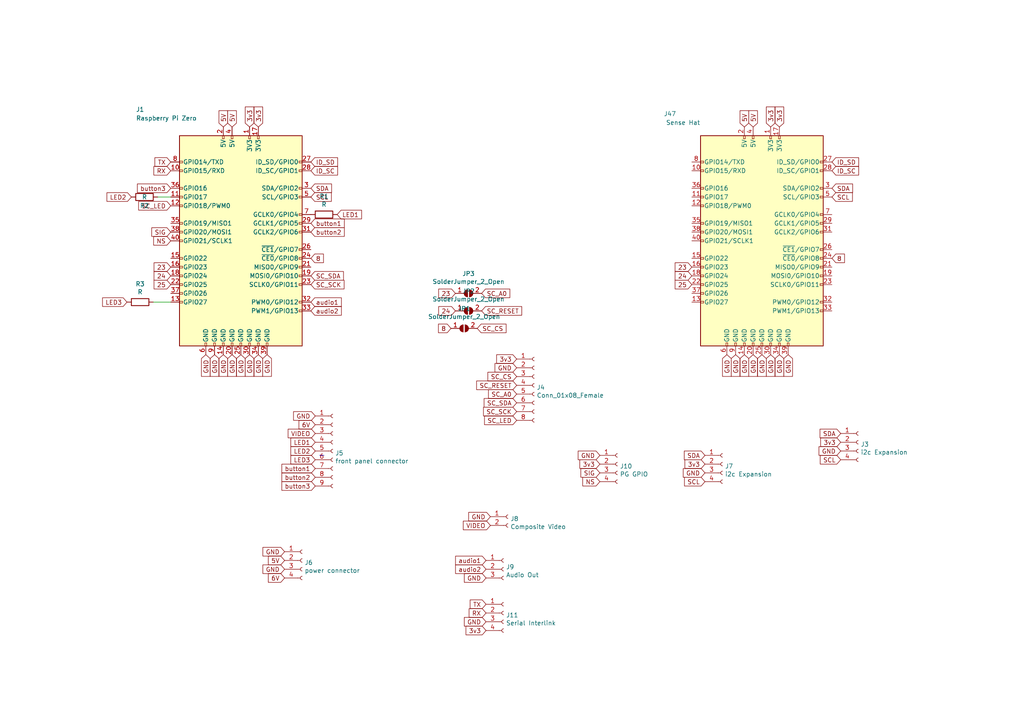
<source format=kicad_sch>
(kicad_sch (version 20230121) (generator eeschema)
  (paper "A4")
  (lib_symbols
    (symbol "Connector:Raspberry_Pi_2_3" (pin_names (offset 1.016))
      (property "Reference" "J" (at -17.78 31.75 0))
      (property "Value" "Raspberry_Pi_2_3" (at 10.16 -31.75 0))
      (symbol "Raspberry_Pi_2_3_0_1"
        (rectangle (start -17.78 30.48) (end 17.78 -30.48) (stroke (width 0.254)) (fill (type background)))
      )
      (symbol "Raspberry_Pi_2_3_1_1"
        (rectangle (start -16.891 -17.526) (end -17.78 -18.034))
        (rectangle (start -16.891 -14.986) (end -17.78 -15.494))
        (rectangle (start -16.891 -12.446) (end -17.78 -12.954))
        (rectangle (start -16.891 -9.906) (end -17.78 -10.414))
        (rectangle (start -16.891 -7.366) (end -17.78 -7.874))
        (rectangle (start -16.891 -4.826) (end -17.78 -5.334))
        (rectangle (start -16.891 0.254) (end -17.78 -0.254))
        (rectangle (start -16.891 2.794) (end -17.78 2.286))
        (rectangle (start -16.891 5.334) (end -17.78 4.826))
        (rectangle (start -16.891 10.414) (end -17.78 9.906))
        (rectangle (start -16.891 12.954) (end -17.78 12.446))
        (rectangle (start -16.891 15.494) (end -17.78 14.986))
        (rectangle (start -16.891 20.574) (end -17.78 20.066))
        (rectangle (start -16.891 23.114) (end -17.78 22.606))
        (rectangle (start -10.414 -29.591) (end -9.906 -30.48))
        (rectangle (start -7.874 -29.591) (end -7.366 -30.48))
        (rectangle (start -5.334 -29.591) (end -4.826 -30.48))
        (rectangle (start -5.334 30.48) (end -4.826 29.591))
        (rectangle (start -2.794 -29.591) (end -2.286 -30.48))
        (rectangle (start -2.794 30.48) (end -2.286 29.591))
        (rectangle (start -0.254 -29.591) (end 0.254 -30.48))
        (rectangle (start 2.286 -29.591) (end 2.794 -30.48))
        (rectangle (start 2.286 30.48) (end 2.794 29.591))
        (rectangle (start 4.826 -29.591) (end 5.334 -30.48))
        (rectangle (start 4.826 30.48) (end 5.334 29.591))
        (rectangle (start 7.366 -29.591) (end 7.874 -30.48))
        (rectangle (start 17.78 -20.066) (end 16.891 -20.574))
        (rectangle (start 17.78 -17.526) (end 16.891 -18.034))
        (rectangle (start 17.78 -12.446) (end 16.891 -12.954))
        (rectangle (start 17.78 -9.906) (end 16.891 -10.414))
        (rectangle (start 17.78 -7.366) (end 16.891 -7.874))
        (rectangle (start 17.78 -4.826) (end 16.891 -5.334))
        (rectangle (start 17.78 -2.286) (end 16.891 -2.794))
        (rectangle (start 17.78 2.794) (end 16.891 2.286))
        (rectangle (start 17.78 5.334) (end 16.891 4.826))
        (rectangle (start 17.78 7.874) (end 16.891 7.366))
        (rectangle (start 17.78 12.954) (end 16.891 12.446))
        (rectangle (start 17.78 15.494) (end 16.891 14.986))
        (rectangle (start 17.78 20.574) (end 16.891 20.066))
        (rectangle (start 17.78 23.114) (end 16.891 22.606))
        (pin power_in line (at 2.54 33.02 270) (length 2.54) (name "3V3") (number "1"))
        (pin bidirectional line (at -20.32 20.32 0) (length 2.54) (name "GPIO15/RXD") (number "10"))
        (pin bidirectional line (at -20.32 12.7 0) (length 2.54) (name "GPIO17") (number "11"))
        (pin bidirectional line (at -20.32 10.16 0) (length 2.54) (name "GPIO18/PWM0") (number "12"))
        (pin bidirectional line (at -20.32 -17.78 0) (length 2.54) (name "GPIO27") (number "13"))
        (pin power_in line (at -5.08 -33.02 90) (length 2.54) (name "GND") (number "14"))
        (pin bidirectional line (at -20.32 -5.08 0) (length 2.54) (name "GPIO22") (number "15"))
        (pin bidirectional line (at -20.32 -7.62 0) (length 2.54) (name "GPIO23") (number "16"))
        (pin power_in line (at 5.08 33.02 270) (length 2.54) (name "3V3") (number "17"))
        (pin bidirectional line (at -20.32 -10.16 0) (length 2.54) (name "GPIO24") (number "18"))
        (pin bidirectional line (at 20.32 -10.16 180) (length 2.54) (name "MOSI0/GPIO10") (number "19"))
        (pin power_in line (at -5.08 33.02 270) (length 2.54) (name "5V") (number "2"))
        (pin power_in line (at -2.54 -33.02 90) (length 2.54) (name "GND") (number "20"))
        (pin bidirectional line (at 20.32 -7.62 180) (length 2.54) (name "MISO0/GPIO9") (number "21"))
        (pin bidirectional line (at -20.32 -12.7 0) (length 2.54) (name "GPIO25") (number "22"))
        (pin bidirectional line (at 20.32 -12.7 180) (length 2.54) (name "SCLK0/GPIO11") (number "23"))
        (pin bidirectional line (at 20.32 -5.08 180) (length 2.54) (name "~{CE0}/GPIO8") (number "24"))
        (pin power_in line (at 0 -33.02 90) (length 2.54) (name "GND") (number "25"))
        (pin bidirectional line (at 20.32 -2.54 180) (length 2.54) (name "~{CE1}/GPIO7") (number "26"))
        (pin bidirectional line (at 20.32 22.86 180) (length 2.54) (name "ID_SD/GPIO0") (number "27"))
        (pin bidirectional line (at 20.32 20.32 180) (length 2.54) (name "ID_SC/GPIO1") (number "28"))
        (pin bidirectional line (at 20.32 5.08 180) (length 2.54) (name "GCLK1/GPIO5") (number "29"))
        (pin bidirectional line (at 20.32 15.24 180) (length 2.54) (name "SDA/GPIO2") (number "3"))
        (pin power_in line (at 2.54 -33.02 90) (length 2.54) (name "GND") (number "30"))
        (pin bidirectional line (at 20.32 2.54 180) (length 2.54) (name "GCLK2/GPIO6") (number "31"))
        (pin bidirectional line (at 20.32 -17.78 180) (length 2.54) (name "PWM0/GPIO12") (number "32"))
        (pin bidirectional line (at 20.32 -20.32 180) (length 2.54) (name "PWM1/GPIO13") (number "33"))
        (pin power_in line (at 5.08 -33.02 90) (length 2.54) (name "GND") (number "34"))
        (pin bidirectional line (at -20.32 5.08 0) (length 2.54) (name "GPIO19/MISO1") (number "35"))
        (pin bidirectional line (at -20.32 15.24 0) (length 2.54) (name "GPIO16") (number "36"))
        (pin bidirectional line (at -20.32 -15.24 0) (length 2.54) (name "GPIO26") (number "37"))
        (pin bidirectional line (at -20.32 2.54 0) (length 2.54) (name "GPIO20/MOSI1") (number "38"))
        (pin power_in line (at 7.62 -33.02 90) (length 2.54) (name "GND") (number "39"))
        (pin power_in line (at -2.54 33.02 270) (length 2.54) (name "5V") (number "4"))
        (pin bidirectional line (at -20.32 0 0) (length 2.54) (name "GPIO21/SCLK1") (number "40"))
        (pin bidirectional line (at 20.32 12.7 180) (length 2.54) (name "SCL/GPIO3") (number "5"))
        (pin power_in line (at -10.16 -33.02 90) (length 2.54) (name "GND") (number "6"))
        (pin bidirectional line (at 20.32 7.62 180) (length 2.54) (name "GCLK0/GPIO4") (number "7"))
        (pin bidirectional line (at -20.32 22.86 0) (length 2.54) (name "GPIO14/TXD") (number "8"))
        (pin power_in line (at -7.62 -33.02 90) (length 2.54) (name "GND") (number "9"))
      )
    )
    (symbol "Device:R" (pin_numbers hide) (pin_names (offset 0))
      (property "Reference" "R" (at 2.032 0 90))
      (property "Value" "R" (at 0 0 90))
      (symbol "R_0_1"
        (rectangle (start -1.016 -2.54) (end 1.016 2.54) (stroke (width 0.254)))
      )
      (symbol "R_1_1"
        (pin passive line (at 0 3.81 270) (length 1.27) (name "~") (number "1"))
        (pin passive line (at 0 -3.81 90) (length 1.27) (name "~") (number "2"))
      )
    )
    (symbol "Jumper:SolderJumper_2_Open" (pin_names (offset 0) hide)
      (property "Reference" "JP" (at 0 2.032 0))
      (property "Value" "SolderJumper_2_Open" (at 0 -2.54 0))
      (symbol "SolderJumper_2_Open_0_1"
        (arc (start -0.254 1.016) (mid -1.2656 0) (end -0.254 -1.016))
        (arc (start -0.254 1.016) (mid -1.2656 0) (end -0.254 -1.016) (fill (type outline)))
        (polyline (pts (xy -0.254 1.016) (xy -0.254 -1.016)))
        (polyline (pts (xy 0.254 1.016) (xy 0.254 -1.016)))
        (arc (start 0.254 -1.016) (mid 1.2656 0) (end 0.254 1.016))
        (arc (start 0.254 -1.016) (mid 1.2656 0) (end 0.254 1.016) (fill (type outline)))
      )
      (symbol "SolderJumper_2_Open_1_1"
        (pin passive line (at -3.81 0 0) (length 2.54) (name "A") (number "1"))
        (pin passive line (at 3.81 0 180) (length 2.54) (name "B") (number "2"))
      )
    )
    (symbol "TR108 Mainboard-rescue:Conn_01x02_Female-Connector" (pin_names (offset 1.016) hide)
      (property "Reference" "J" (at 0 2.54 0))
      (property "Value" "Connector_Conn_01x02_Female" (at 0 -5.08 0))
      (symbol "Conn_01x02_Female-Connector_1_1"
        (arc (start 0 -2.032) (mid -0.5058 -2.54) (end 0 -3.048) (stroke (width 0.1524)))
        (polyline (pts (xy -1.27 -2.54) (xy -0.508 -2.54)) (stroke (width 0.1524)))
        (polyline (pts (xy -1.27 0) (xy -0.508 0)) (stroke (width 0.1524)))
        (arc (start 0 0.508) (mid -0.5058 0) (end 0 -0.508) (stroke (width 0.1524)))
        (pin passive line (at -5.08 0 0) (length 3.81) (name "Pin_1") (number "1"))
        (pin passive line (at -5.08 -2.54 0) (length 3.81) (name "Pin_2") (number "2"))
      )
    )
    (symbol "TR108 Mainboard-rescue:Conn_01x03_Female-Connector" (pin_names (offset 1.016) hide)
      (property "Reference" "J" (at 0 5.08 0))
      (property "Value" "Connector_Conn_01x03_Female" (at 0 -5.08 0))
      (symbol "Conn_01x03_Female-Connector_1_1"
        (arc (start 0 -2.032) (mid -0.5058 -2.54) (end 0 -3.048) (stroke (width 0.1524)))
        (polyline (pts (xy -1.27 -2.54) (xy -0.508 -2.54)) (stroke (width 0.1524)))
        (polyline (pts (xy -1.27 0) (xy -0.508 0)) (stroke (width 0.1524)))
        (polyline (pts (xy -1.27 2.54) (xy -0.508 2.54)) (stroke (width 0.1524)))
        (arc (start 0 0.508) (mid -0.5058 0) (end 0 -0.508) (stroke (width 0.1524)))
        (arc (start 0 3.048) (mid -0.5058 2.54) (end 0 2.032) (stroke (width 0.1524)))
        (pin passive line (at -5.08 2.54 0) (length 3.81) (name "Pin_1") (number "1"))
        (pin passive line (at -5.08 0 0) (length 3.81) (name "Pin_2") (number "2"))
        (pin passive line (at -5.08 -2.54 0) (length 3.81) (name "Pin_3") (number "3"))
      )
    )
    (symbol "TR108 Mainboard-rescue:Conn_01x04_Female-Connector" (pin_names (offset 1.016) hide)
      (property "Reference" "J" (at 0 5.08 0))
      (property "Value" "Connector_Conn_01x04_Female" (at 0 -7.62 0))
      (symbol "Conn_01x04_Female-Connector_1_1"
        (arc (start 0 -4.572) (mid -0.5058 -5.08) (end 0 -5.588) (stroke (width 0.1524)))
        (arc (start 0 -2.032) (mid -0.5058 -2.54) (end 0 -3.048) (stroke (width 0.1524)))
        (polyline (pts (xy -1.27 -5.08) (xy -0.508 -5.08)) (stroke (width 0.1524)))
        (polyline (pts (xy -1.27 -2.54) (xy -0.508 -2.54)) (stroke (width 0.1524)))
        (polyline (pts (xy -1.27 0) (xy -0.508 0)) (stroke (width 0.1524)))
        (polyline (pts (xy -1.27 2.54) (xy -0.508 2.54)) (stroke (width 0.1524)))
        (arc (start 0 0.508) (mid -0.5058 0) (end 0 -0.508) (stroke (width 0.1524)))
        (arc (start 0 3.048) (mid -0.5058 2.54) (end 0 2.032) (stroke (width 0.1524)))
        (pin passive line (at -5.08 2.54 0) (length 3.81) (name "Pin_1") (number "1"))
        (pin passive line (at -5.08 0 0) (length 3.81) (name "Pin_2") (number "2"))
        (pin passive line (at -5.08 -2.54 0) (length 3.81) (name "Pin_3") (number "3"))
        (pin passive line (at -5.08 -5.08 0) (length 3.81) (name "Pin_4") (number "4"))
      )
    )
    (symbol "TR108 Mainboard-rescue:Conn_01x08_Female-Connector" (pin_names (offset 1.016) hide)
      (property "Reference" "J" (at 0 10.16 0))
      (property "Value" "Connector_Conn_01x08_Female" (at 0 -12.7 0))
      (symbol "Conn_01x08_Female-Connector_1_1"
        (arc (start 0 -9.652) (mid -0.5058 -10.16) (end 0 -10.668) (stroke (width 0.1524)))
        (arc (start 0 -7.112) (mid -0.5058 -7.62) (end 0 -8.128) (stroke (width 0.1524)))
        (arc (start 0 -4.572) (mid -0.5058 -5.08) (end 0 -5.588) (stroke (width 0.1524)))
        (arc (start 0 -2.032) (mid -0.5058 -2.54) (end 0 -3.048) (stroke (width 0.1524)))
        (polyline (pts (xy -1.27 -10.16) (xy -0.508 -10.16)) (stroke (width 0.1524)))
        (polyline (pts (xy -1.27 -7.62) (xy -0.508 -7.62)) (stroke (width 0.1524)))
        (polyline (pts (xy -1.27 -5.08) (xy -0.508 -5.08)) (stroke (width 0.1524)))
        (polyline (pts (xy -1.27 -2.54) (xy -0.508 -2.54)) (stroke (width 0.1524)))
        (polyline (pts (xy -1.27 0) (xy -0.508 0)) (stroke (width 0.1524)))
        (polyline (pts (xy -1.27 2.54) (xy -0.508 2.54)) (stroke (width 0.1524)))
        (polyline (pts (xy -1.27 5.08) (xy -0.508 5.08)) (stroke (width 0.1524)))
        (polyline (pts (xy -1.27 7.62) (xy -0.508 7.62)) (stroke (width 0.1524)))
        (arc (start 0 0.508) (mid -0.5058 0) (end 0 -0.508) (stroke (width 0.1524)))
        (arc (start 0 3.048) (mid -0.5058 2.54) (end 0 2.032) (stroke (width 0.1524)))
        (arc (start 0 5.588) (mid -0.5058 5.08) (end 0 4.572) (stroke (width 0.1524)))
        (arc (start 0 8.128) (mid -0.5058 7.62) (end 0 7.112) (stroke (width 0.1524)))
        (pin passive line (at -5.08 7.62 0) (length 3.81) (name "Pin_1") (number "1"))
        (pin passive line (at -5.08 5.08 0) (length 3.81) (name "Pin_2") (number "2"))
        (pin passive line (at -5.08 2.54 0) (length 3.81) (name "Pin_3") (number "3"))
        (pin passive line (at -5.08 0 0) (length 3.81) (name "Pin_4") (number "4"))
        (pin passive line (at -5.08 -2.54 0) (length 3.81) (name "Pin_5") (number "5"))
        (pin passive line (at -5.08 -5.08 0) (length 3.81) (name "Pin_6") (number "6"))
        (pin passive line (at -5.08 -7.62 0) (length 3.81) (name "Pin_7") (number "7"))
        (pin passive line (at -5.08 -10.16 0) (length 3.81) (name "Pin_8") (number "8"))
      )
    )
    (symbol "TR108 Mainboard-rescue:Conn_01x09_Female-Connector" (pin_names (offset 1.016) hide)
      (property "Reference" "J" (at 0 12.7 0))
      (property "Value" "Connector_Conn_01x09_Female" (at 0 -12.7 0))
      (symbol "Conn_01x09_Female-Connector_1_1"
        (arc (start 0 -9.652) (mid -0.5058 -10.16) (end 0 -10.668) (stroke (width 0.1524)))
        (arc (start 0 -7.112) (mid -0.5058 -7.62) (end 0 -8.128) (stroke (width 0.1524)))
        (arc (start 0 -4.572) (mid -0.5058 -5.08) (end 0 -5.588) (stroke (width 0.1524)))
        (arc (start 0 -2.032) (mid -0.5058 -2.54) (end 0 -3.048) (stroke (width 0.1524)))
        (polyline (pts (xy -1.27 -10.16) (xy -0.508 -10.16)) (stroke (width 0.1524)))
        (polyline (pts (xy -1.27 -7.62) (xy -0.508 -7.62)) (stroke (width 0.1524)))
        (polyline (pts (xy -1.27 -5.08) (xy -0.508 -5.08)) (stroke (width 0.1524)))
        (polyline (pts (xy -1.27 -2.54) (xy -0.508 -2.54)) (stroke (width 0.1524)))
        (polyline (pts (xy -1.27 0) (xy -0.508 0)) (stroke (width 0.1524)))
        (polyline (pts (xy -1.27 2.54) (xy -0.508 2.54)) (stroke (width 0.1524)))
        (polyline (pts (xy -1.27 5.08) (xy -0.508 5.08)) (stroke (width 0.1524)))
        (polyline (pts (xy -1.27 7.62) (xy -0.508 7.62)) (stroke (width 0.1524)))
        (polyline (pts (xy -1.27 10.16) (xy -0.508 10.16)) (stroke (width 0.1524)))
        (arc (start 0 0.508) (mid -0.5058 0) (end 0 -0.508) (stroke (width 0.1524)))
        (arc (start 0 3.048) (mid -0.5058 2.54) (end 0 2.032) (stroke (width 0.1524)))
        (arc (start 0 5.588) (mid -0.5058 5.08) (end 0 4.572) (stroke (width 0.1524)))
        (arc (start 0 8.128) (mid -0.5058 7.62) (end 0 7.112) (stroke (width 0.1524)))
        (arc (start 0 10.668) (mid -0.5058 10.16) (end 0 9.652) (stroke (width 0.1524)))
        (pin passive line (at -5.08 10.16 0) (length 3.81) (name "Pin_1") (number "1"))
        (pin passive line (at -5.08 7.62 0) (length 3.81) (name "Pin_2") (number "2"))
        (pin passive line (at -5.08 5.08 0) (length 3.81) (name "Pin_3") (number "3"))
        (pin passive line (at -5.08 2.54 0) (length 3.81) (name "Pin_4") (number "4"))
        (pin passive line (at -5.08 0 0) (length 3.81) (name "Pin_5") (number "5"))
        (pin passive line (at -5.08 -2.54 0) (length 3.81) (name "Pin_6") (number "6"))
        (pin passive line (at -5.08 -5.08 0) (length 3.81) (name "Pin_7") (number "7"))
        (pin passive line (at -5.08 -7.62 0) (length 3.81) (name "Pin_8") (number "8"))
        (pin passive line (at -5.08 -10.16 0) (length 3.81) (name "Pin_9") (number "9"))
      )
    )
  )
  (polyline (pts (xy 92.71 132.08) (xy 93.98 132.08)))
  (wire (pts (xy 45.72 57.15) (xy 49.53 57.15)))
  (wire (pts (xy 44.45 87.63) (xy 49.53 87.63)))
  (global_label "SDA" (shape input) (at 241.3 54.61 0) (property "Intersheetrefs" "${INTERSHEET_REFS}" (effects hide)))
  (global_label "8" (shape input) (at 90.17 74.93 0) (property "Intersheetrefs" "${INTERSHEET_REFS}" (effects hide)))
  (global_label "RX" (shape input) (at 49.53 49.53 180) (property "Intersheetrefs" "${INTERSHEET_REFS}" (effects hide)))
  (global_label "ID_SD" (shape input) (at 90.17 46.99 0) (property "Intersheetrefs" "${INTERSHEET_REFS}" (effects hide)))
  (global_label "GND" (shape input) (at 91.44 120.65 180) (property "Intersheetrefs" "${INTERSHEET_REFS}" (effects hide)))
  (global_label "GND" (shape input) (at 140.97 180.34 180) (property "Intersheetrefs" "${INTERSHEET_REFS}" (effects hide)))
  (global_label "LED3" (shape input) (at 36.83 87.63 180) (property "Intersheetrefs" "${INTERSHEET_REFS}" (effects hide)))
  (global_label "GND" (shape input) (at 82.55 165.1 180) (property "Intersheetrefs" "${INTERSHEET_REFS}" (effects hide)))
  (global_label "GND" (shape input) (at 59.69 102.87 270) (property "Intersheetrefs" "${INTERSHEET_REFS}" (effects hide)))
  (global_label "SC_SCK" (shape input) (at 90.17 82.55 0) (property "Intersheetrefs" "${INTERSHEET_REFS}" (effects hide)))
  (global_label "LED3" (shape input) (at 91.44 133.35 180) (property "Intersheetrefs" "${INTERSHEET_REFS}" (effects hide)))
  (global_label "8" (shape input) (at 130.81 95.25 180) (property "Intersheetrefs" "${INTERSHEET_REFS}" (effects hide)))
  (global_label "23" (shape input) (at 49.53 77.47 180) (property "Intersheetrefs" "${INTERSHEET_REFS}" (effects hide)))
  (global_label "ID_SC" (shape input) (at 90.17 49.53 0) (property "Intersheetrefs" "${INTERSHEET_REFS}" (effects hide)))
  (global_label "LED2" (shape input) (at 91.44 130.81 180) (property "Intersheetrefs" "${INTERSHEET_REFS}" (effects hide)))
  (global_label "25" (shape input) (at 49.53 82.55 180) (property "Intersheetrefs" "${INTERSHEET_REFS}" (effects hide)))
  (global_label "6V" (shape input) (at 82.55 167.64 180) (property "Intersheetrefs" "${INTERSHEET_REFS}" (effects hide)))
  (global_label "SIG" (shape input) (at 49.53 67.31 180) (property "Intersheetrefs" "${INTERSHEET_REFS}" (effects hide)))
  (global_label "TX" (shape input) (at 49.53 46.99 180) (property "Intersheetrefs" "${INTERSHEET_REFS}" (effects hide)))
  (global_label "LED1" (shape input) (at 97.79 62.23 0) (property "Intersheetrefs" "${INTERSHEET_REFS}" (effects hide)))
  (global_label "button1" (shape input) (at 90.17 64.77 0) (property "Intersheetrefs" "${INTERSHEET_REFS}" (effects hide)))
  (global_label "SDA" (shape input) (at 243.84 125.73 180) (property "Intersheetrefs" "${INTERSHEET_REFS}" (effects hide)))
  (global_label "SC_RESET" (shape input) (at 139.7 90.17 0) (property "Intersheetrefs" "${INTERSHEET_REFS}" (effects hide)))
  (global_label "SCL" (shape input) (at 243.84 133.35 180) (property "Intersheetrefs" "${INTERSHEET_REFS}" (effects hide)))
  (global_label "button3" (shape input) (at 91.44 140.97 180) (property "Intersheetrefs" "${INTERSHEET_REFS}" (effects hide)))
  (global_label "GND" (shape input) (at 173.99 132.08 180) (property "Intersheetrefs" "${INTERSHEET_REFS}" (effects hide)))
  (global_label "SCL" (shape input) (at 90.17 57.15 0) (property "Intersheetrefs" "${INTERSHEET_REFS}" (effects hide)))
  (global_label "audio2" (shape input) (at 90.17 90.17 0) (property "Intersheetrefs" "${INTERSHEET_REFS}" (effects hide)))
  (global_label "GND" (shape input) (at 213.36 102.87 270) (property "Intersheetrefs" "${INTERSHEET_REFS}" (effects hide)))
  (global_label "RX" (shape input) (at 140.97 177.8 180) (property "Intersheetrefs" "${INTERSHEET_REFS}" (effects hide)))
  (global_label "GND" (shape input) (at 62.23 102.87 270) (property "Intersheetrefs" "${INTERSHEET_REFS}" (effects hide)))
  (global_label "button3" (shape input) (at 49.53 54.61 180) (property "Intersheetrefs" "${INTERSHEET_REFS}" (effects hide)))
  (global_label "SC_A0" (shape input) (at 139.7 85.09 0) (property "Intersheetrefs" "${INTERSHEET_REFS}" (effects hide)))
  (global_label "GND" (shape input) (at 210.82 102.87 270) (property "Intersheetrefs" "${INTERSHEET_REFS}" (effects hide)))
  (global_label "SDA" (shape input) (at 90.17 54.61 0) (property "Intersheetrefs" "${INTERSHEET_REFS}" (effects hide)))
  (global_label "VIDEO" (shape input) (at 91.44 125.73 180) (property "Intersheetrefs" "${INTERSHEET_REFS}" (effects hide)))
  (global_label "GND" (shape input) (at 77.47 102.87 270) (property "Intersheetrefs" "${INTERSHEET_REFS}" (effects hide)))
  (global_label "SC_LED" (shape input) (at 149.86 121.92 180) (property "Intersheetrefs" "${INTERSHEET_REFS}" (effects hide)))
  (global_label "ID_SC" (shape input) (at 241.3 49.53 0) (property "Intersheetrefs" "${INTERSHEET_REFS}" (effects hide)))
  (global_label "GND" (shape input) (at 215.9 102.87 270) (property "Intersheetrefs" "${INTERSHEET_REFS}" (effects hide)))
  (global_label "SC_RESET" (shape input) (at 149.86 111.76 180) (property "Intersheetrefs" "${INTERSHEET_REFS}" (effects hide)))
  (global_label "GND" (shape input) (at 228.6 102.87 270) (property "Intersheetrefs" "${INTERSHEET_REFS}" (effects hide)))
  (global_label "SC_CS" (shape input) (at 138.43 95.25 0) (property "Intersheetrefs" "${INTERSHEET_REFS}" (effects hide)))
  (global_label "24" (shape input) (at 200.66 80.01 180) (property "Intersheetrefs" "${INTERSHEET_REFS}" (effects hide)))
  (global_label "GND" (shape input) (at 69.85 102.87 270) (property "Intersheetrefs" "${INTERSHEET_REFS}" (effects hide)))
  (global_label "3v3" (shape input) (at 243.84 128.27 180) (property "Intersheetrefs" "${INTERSHEET_REFS}" (effects hide)))
  (global_label "GND" (shape input) (at 72.39 102.87 270) (property "Intersheetrefs" "${INTERSHEET_REFS}" (effects hide)))
  (global_label "3v3" (shape input) (at 140.97 182.88 180) (property "Intersheetrefs" "${INTERSHEET_REFS}" (effects hide)))
  (global_label "SC_SDA" (shape input) (at 149.86 116.84 180) (property "Intersheetrefs" "${INTERSHEET_REFS}" (effects hide)))
  (global_label "5V" (shape input) (at 82.55 162.56 180) (property "Intersheetrefs" "${INTERSHEET_REFS}" (effects hide)))
  (global_label "6V" (shape input) (at 91.44 123.19 180) (property "Intersheetrefs" "${INTERSHEET_REFS}" (effects hide)))
  (global_label "25" (shape input) (at 200.66 82.55 180) (property "Intersheetrefs" "${INTERSHEET_REFS}" (effects hide)))
  (global_label "5V" (shape input) (at 215.9 36.83 90) (property "Intersheetrefs" "${INTERSHEET_REFS}" (effects hide)))
  (global_label "3v3" (shape input) (at 223.52 36.83 90) (property "Intersheetrefs" "${INTERSHEET_REFS}" (effects hide)))
  (global_label "SC_A0" (shape input) (at 149.86 114.3 180) (property "Intersheetrefs" "${INTERSHEET_REFS}" (effects hide)))
  (global_label "3v3" (shape input) (at 72.39 36.83 90) (property "Intersheetrefs" "${INTERSHEET_REFS}" (effects hide)))
  (global_label "GND" (shape input) (at 140.97 167.64 180) (property "Intersheetrefs" "${INTERSHEET_REFS}" (effects hide)))
  (global_label "SC_SDA" (shape input) (at 90.17 80.01 0) (property "Intersheetrefs" "${INTERSHEET_REFS}" (effects hide)))
  (global_label "button1" (shape input) (at 91.44 135.89 180) (property "Intersheetrefs" "${INTERSHEET_REFS}" (effects hide)))
  (global_label "23" (shape input) (at 132.08 85.09 180) (property "Intersheetrefs" "${INTERSHEET_REFS}" (effects hide)))
  (global_label "button2" (shape input) (at 90.17 67.31 0) (property "Intersheetrefs" "${INTERSHEET_REFS}" (effects hide)))
  (global_label "GND" (shape input) (at 204.47 137.16 180) (property "Intersheetrefs" "${INTERSHEET_REFS}" (effects hide)))
  (global_label "3v3" (shape input) (at 204.47 134.62 180) (property "Intersheetrefs" "${INTERSHEET_REFS}" (effects hide)))
  (global_label "5V" (shape input) (at 64.77 36.83 90) (property "Intersheetrefs" "${INTERSHEET_REFS}" (effects hide)))
  (global_label "NS" (shape input) (at 173.99 139.7 180) (property "Intersheetrefs" "${INTERSHEET_REFS}" (effects hide)))
  (global_label "audio2" (shape input) (at 140.97 165.1 180) (property "Intersheetrefs" "${INTERSHEET_REFS}" (effects hide)))
  (global_label "GND" (shape input) (at 67.31 102.87 270) (property "Intersheetrefs" "${INTERSHEET_REFS}" (effects hide)))
  (global_label "5V" (shape input) (at 218.44 36.83 90) (property "Intersheetrefs" "${INTERSHEET_REFS}" (effects hide)))
  (global_label "GND" (shape input) (at 82.55 160.02 180) (property "Intersheetrefs" "${INTERSHEET_REFS}" (effects hide)))
  (global_label "SCL" (shape input) (at 204.47 139.7 180) (property "Intersheetrefs" "${INTERSHEET_REFS}" (effects hide)))
  (global_label "GND" (shape input) (at 74.93 102.87 270) (property "Intersheetrefs" "${INTERSHEET_REFS}" (effects hide)))
  (global_label "SDA" (shape input) (at 204.47 132.08 180) (property "Intersheetrefs" "${INTERSHEET_REFS}" (effects hide)))
  (global_label "TX" (shape input) (at 140.97 175.26 180) (property "Intersheetrefs" "${INTERSHEET_REFS}" (effects hide)))
  (global_label "SC_CS" (shape input) (at 149.86 109.22 180) (property "Intersheetrefs" "${INTERSHEET_REFS}" (effects hide)))
  (global_label "GND" (shape input) (at 142.24 149.86 180) (property "Intersheetrefs" "${INTERSHEET_REFS}" (effects hide)))
  (global_label "3v3" (shape input) (at 173.99 134.62 180) (property "Intersheetrefs" "${INTERSHEET_REFS}" (effects hide)))
  (global_label "SC_LED" (shape input) (at 49.53 59.69 180) (property "Intersheetrefs" "${INTERSHEET_REFS}" (effects hide)))
  (global_label "SCL" (shape input) (at 241.3 57.15 0) (property "Intersheetrefs" "${INTERSHEET_REFS}" (effects hide)))
  (global_label "GND" (shape input) (at 64.77 102.87 270) (property "Intersheetrefs" "${INTERSHEET_REFS}" (effects hide)))
  (global_label "5V" (shape input) (at 67.31 36.83 90) (property "Intersheetrefs" "${INTERSHEET_REFS}" (effects hide)))
  (global_label "audio1" (shape input) (at 90.17 87.63 0) (property "Intersheetrefs" "${INTERSHEET_REFS}" (effects hide)))
  (global_label "GND" (shape input) (at 243.84 130.81 180) (property "Intersheetrefs" "${INTERSHEET_REFS}" (effects hide)))
  (global_label "3v3" (shape input) (at 149.86 104.14 180) (property "Intersheetrefs" "${INTERSHEET_REFS}" (effects hide)))
  (global_label "3v3" (shape input) (at 226.06 36.83 90) (property "Intersheetrefs" "${INTERSHEET_REFS}" (effects hide)))
  (global_label "audio1" (shape input) (at 140.97 162.56 180) (property "Intersheetrefs" "${INTERSHEET_REFS}" (effects hide)))
  (global_label "23" (shape input) (at 200.66 77.47 180) (property "Intersheetrefs" "${INTERSHEET_REFS}" (effects hide)))
  (global_label "8" (shape input) (at 241.3 74.93 0) (property "Intersheetrefs" "${INTERSHEET_REFS}" (effects hide)))
  (global_label "SC_SCK" (shape input) (at 149.86 119.38 180) (property "Intersheetrefs" "${INTERSHEET_REFS}" (effects hide)))
  (global_label "GND" (shape input) (at 220.98 102.87 270) (property "Intersheetrefs" "${INTERSHEET_REFS}" (effects hide)))
  (global_label "ID_SD" (shape input) (at 241.3 46.99 0) (property "Intersheetrefs" "${INTERSHEET_REFS}" (effects hide)))
  (global_label "3v3" (shape input) (at 74.93 36.83 90) (property "Intersheetrefs" "${INTERSHEET_REFS}" (effects hide)))
  (global_label "24" (shape input) (at 132.08 90.17 180) (property "Intersheetrefs" "${INTERSHEET_REFS}" (effects hide)))
  (global_label "GND" (shape input) (at 218.44 102.87 270) (property "Intersheetrefs" "${INTERSHEET_REFS}" (effects hide)))
  (global_label "LED1" (shape input) (at 91.44 128.27 180) (property "Intersheetrefs" "${INTERSHEET_REFS}" (effects hide)))
  (global_label "GND" (shape input) (at 226.06 102.87 270) (property "Intersheetrefs" "${INTERSHEET_REFS}" (effects hide)))
  (global_label "24" (shape input) (at 49.53 80.01 180) (property "Intersheetrefs" "${INTERSHEET_REFS}" (effects hide)))
  (global_label "VIDEO" (shape input) (at 142.24 152.4 180) (property "Intersheetrefs" "${INTERSHEET_REFS}" (effects hide)))
  (global_label "NS" (shape input) (at 49.53 69.85 180) (property "Intersheetrefs" "${INTERSHEET_REFS}" (effects hide)))
  (global_label "LED2" (shape input) (at 38.1 57.15 180) (property "Intersheetrefs" "${INTERSHEET_REFS}" (effects hide)))
  (global_label "button2" (shape input) (at 91.44 138.43 180) (property "Intersheetrefs" "${INTERSHEET_REFS}" (effects hide)))
  (global_label "GND" (shape input) (at 223.52 102.87 270) (property "Intersheetrefs" "${INTERSHEET_REFS}" (effects hide)))
  (global_label "SIG" (shape input) (at 173.99 137.16 180) (property "Intersheetrefs" "${INTERSHEET_REFS}" (effects hide)))
  (global_label "GND" (shape input) (at 149.86 106.68 180) (property "Intersheetrefs" "${INTERSHEET_REFS}" (effects hide)))
  (symbol (lib_id "Connector:Raspberry_Pi_2_3") (at 69.85 69.85 0) (unit 1)
    (property "Reference" "J1" (at 40.64 31.75 0))
    (property "Value" "Raspberry Pi Zero" (at 48.26 34.29 0))
    (property "Footprint" "Connector_PinHeader_2.54mm:PinHeader_2x20_P2.54mm_Vertical" (effects hide))
    (property "Datasheet" "https://www.raspberrypi.org/documentation/hardware/raspberrypi/schematics/rpi_SCH_3bplus_1p0_reduced.pdf" (effects hide))
  )
  (symbol (lib_id "Connector:Raspberry_Pi_2_3") (at 220.98 69.85 0) (unit 1)
    (property "Reference" "J47" (at 194.31 33.02 0))
    (property "Value" "Sense Hat" (at 198.12 35.56 0))
    (property "Footprint" "Connector_PinHeader_2.54mm:PinHeader_2x20_P2.54mm_Vertical" (effects hide))
    (property "Datasheet" "https://www.raspberrypi.org/documentation/hardware/raspberrypi/schematics/rpi_SCH_3bplus_1p0_reduced.pdf" (effects hide))
  )
  (symbol (lib_id "TR108 Mainboard-rescue:Conn_01x09_Female-Connector") (at 96.52 130.81 0) (unit 1)
    (property "Reference" "J5" (at 97.2312 131.4196 0) (effects (justify left)))
    (property "Value" "front panel connector" (at 97.2312 133.731 0) (effects (justify left)))
    (property "Footprint" "Connector_PinHeader_2.54mm:PinHeader_1x09_P2.54mm_Vertical" (effects hide))
  )
  (symbol (lib_id "TR108 Mainboard-rescue:Conn_01x04_Female-Connector") (at 87.63 162.56 0) (unit 1)
    (property "Reference" "J6" (at 88.3412 163.1696 0) (effects (justify left)))
    (property "Value" "power connector" (at 88.3412 165.481 0) (effects (justify left)))
    (property "Footprint" "Connector_PinHeader_2.54mm:PinHeader_1x04_P2.54mm_Vertical" (effects hide))
  )
  (symbol (lib_id "TR108 Mainboard-rescue:Conn_01x02_Female-Connector") (at 147.32 149.86 0) (unit 1)
    (property "Reference" "J8" (at 148.0312 150.4696 0) (effects (justify left)))
    (property "Value" "Composite Video" (at 148.0312 152.781 0) (effects (justify left)))
    (property "Footprint" "Connector_PinHeader_2.54mm:PinHeader_1x02_P2.54mm_Vertical" (effects hide))
  )
  (symbol (lib_id "Device:R") (at 93.98 62.23 270) (unit 1)
    (property "Reference" "R1" (at 93.98 56.9722 90))
    (property "Value" "R" (at 93.98 59.2836 90))
    (property "Footprint" "Resistor_SMD:R_0805_2012Metric_Pad1.20x1.40mm_HandSolder" (effects hide))
  )
  (symbol (lib_id "Device:R") (at 40.64 87.63 270) (unit 1)
    (property "Reference" "R3" (at 40.64 82.3722 90))
    (property "Value" "R" (at 40.64 84.6836 90))
    (property "Footprint" "Resistor_SMD:R_0805_2012Metric_Pad1.20x1.40mm_HandSolder" (effects hide))
  )
  (symbol (lib_id "Device:R") (at 41.91 57.15 270) (unit 1)
    (property "Reference" "R2" (at 41.91 59.69 90))
    (property "Value" "R" (at 41.91 57.15 90))
    (property "Footprint" "Resistor_SMD:R_0805_2012Metric_Pad1.20x1.40mm_HandSolder" (effects hide))
  )
  (symbol (lib_id "TR108 Mainboard-rescue:Conn_01x08_Female-Connector") (at 154.94 111.76 0) (unit 1)
    (property "Reference" "J4" (at 155.6512 112.3696 0) (effects (justify left)))
    (property "Value" "Conn_01x08_Female" (at 155.6512 114.681 0) (effects (justify left)))
    (property "Footprint" "Connector_PinHeader_2.54mm:PinHeader_1x08_P2.54mm_Vertical" (effects hide))
  )
  (symbol (lib_id "Jumper:SolderJumper_2_Open") (at 135.89 85.09 0) (mirror x) (unit 1)
    (property "Reference" "JP3" (at 135.89 79.375 0))
    (property "Value" "SolderJumper_2_Open" (at 135.89 81.6864 0))
    (property "Footprint" "Jumper:SolderJumper-2_P1.3mm_Open_RoundedPad1.0x1.5mm" (effects hide))
  )
  (symbol (lib_id "Jumper:SolderJumper_2_Open") (at 135.89 90.17 0) (mirror x) (unit 1)
    (property "Reference" "JP2" (at 135.89 84.455 0))
    (property "Value" "SolderJumper_2_Open" (at 135.89 86.7664 0))
    (property "Footprint" "Jumper:SolderJumper-2_P1.3mm_Open_RoundedPad1.0x1.5mm" (effects hide))
  )
  (symbol (lib_id "Jumper:SolderJumper_2_Open") (at 134.62 95.25 0) (mirror x) (unit 1)
    (property "Reference" "JP1" (at 134.62 89.535 0))
    (property "Value" "SolderJumper_2_Open" (at 134.62 91.8464 0))
    (property "Footprint" "Jumper:SolderJumper-2_P1.3mm_Open_RoundedPad1.0x1.5mm" (effects hide))
  )
  (symbol (lib_id "TR108 Mainboard-rescue:Conn_01x04_Female-Connector") (at 209.55 134.62 0) (unit 1)
    (property "Reference" "J7" (at 210.2612 135.2296 0) (effects (justify left)))
    (property "Value" "i2c Expansion" (at 210.2612 137.541 0) (effects (justify left)))
    (property "Footprint" "Connector_PinHeader_2.54mm:PinHeader_1x04_P2.54mm_Vertical" (effects hide))
  )
  (symbol (lib_id "TR108 Mainboard-rescue:Conn_01x04_Female-Connector") (at 248.92 128.27 0) (unit 1)
    (property "Reference" "J3" (at 249.6312 128.8796 0) (effects (justify left)))
    (property "Value" "i2c Expansion" (at 249.6312 131.191 0) (effects (justify left)))
    (property "Footprint" "Connector_PinHeader_2.54mm:PinHeader_1x04_P2.54mm_Vertical" (effects hide))
  )
  (symbol (lib_id "TR108 Mainboard-rescue:Conn_01x03_Female-Connector") (at 146.05 165.1 0) (unit 1)
    (property "Reference" "J9" (at 146.7612 164.4396 0) (effects (justify left)))
    (property "Value" "Audio Out" (at 146.7612 166.751 0) (effects (justify left)))
    (property "Footprint" "Connector_PinHeader_2.54mm:PinHeader_1x03_P2.54mm_Vertical" (effects hide))
  )
  (symbol (lib_id "TR108 Mainboard-rescue:Conn_01x04_Female-Connector") (at 179.07 134.62 0) (unit 1)
    (property "Reference" "J10" (at 179.7812 135.2296 0) (effects (justify left)))
    (property "Value" "PG GPIO" (at 179.7812 137.541 0) (effects (justify left)))
    (property "Footprint" "Connector_PinHeader_2.54mm:PinHeader_1x04_P2.54mm_Vertical" (effects hide))
  )
  (symbol (lib_id "TR108 Mainboard-rescue:Conn_01x04_Female-Connector") (at 146.05 177.8 0) (unit 1)
    (property "Reference" "J11" (at 146.7612 178.4096 0) (effects (justify left)))
    (property "Value" "Serial Interlink" (at 146.7612 180.721 0) (effects (justify left)))
    (property "Footprint" "Connector_PinHeader_2.54mm:PinHeader_1x04_P2.54mm_Vertical" (effects hide))
  )
)
</source>
